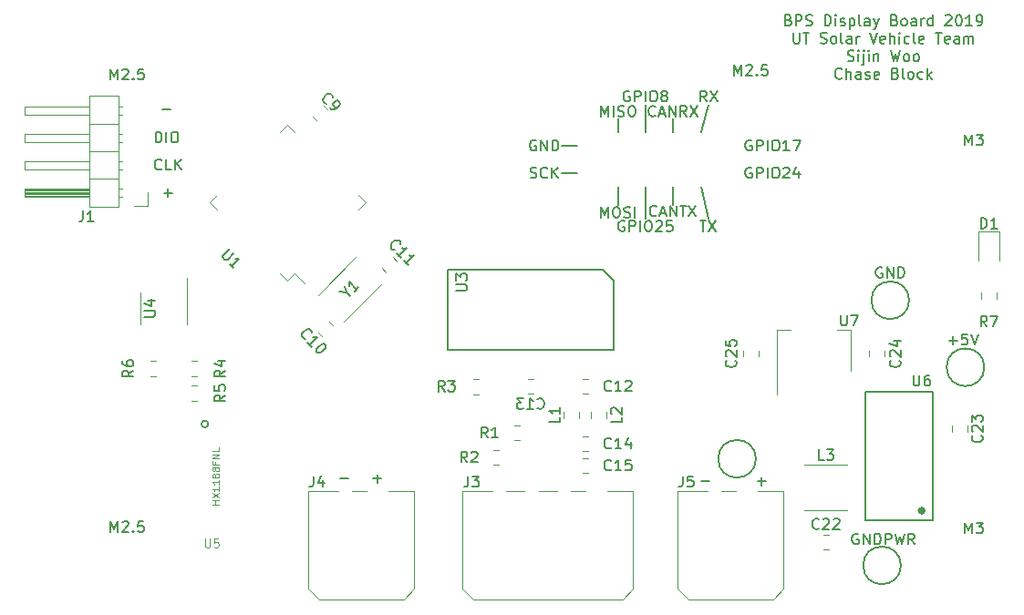
<source format=gto>
G04 #@! TF.GenerationSoftware,KiCad,Pcbnew,5.1.4-e60b266~84~ubuntu18.04.1*
G04 #@! TF.CreationDate,2019-09-21T13:12:49-05:00*
G04 #@! TF.ProjectId,BPSDisplay,42505344-6973-4706-9c61-792e6b696361,rev?*
G04 #@! TF.SameCoordinates,Original*
G04 #@! TF.FileFunction,Legend,Top*
G04 #@! TF.FilePolarity,Positive*
%FSLAX46Y46*%
G04 Gerber Fmt 4.6, Leading zero omitted, Abs format (unit mm)*
G04 Created by KiCad (PCBNEW 5.1.4-e60b266~84~ubuntu18.04.1) date 2019-09-21 13:12:49*
%MOMM*%
%LPD*%
G04 APERTURE LIST*
%ADD10C,0.150000*%
%ADD11C,0.120000*%
%ADD12C,0.127000*%
%ADD13C,0.050000*%
G04 APERTURE END LIST*
D10*
X264850476Y-96145571D02*
X264993333Y-96193190D01*
X265040952Y-96240809D01*
X265088571Y-96336047D01*
X265088571Y-96478904D01*
X265040952Y-96574142D01*
X264993333Y-96621761D01*
X264898095Y-96669380D01*
X264517142Y-96669380D01*
X264517142Y-95669380D01*
X264850476Y-95669380D01*
X264945714Y-95717000D01*
X264993333Y-95764619D01*
X265040952Y-95859857D01*
X265040952Y-95955095D01*
X264993333Y-96050333D01*
X264945714Y-96097952D01*
X264850476Y-96145571D01*
X264517142Y-96145571D01*
X265517142Y-96669380D02*
X265517142Y-95669380D01*
X265898095Y-95669380D01*
X265993333Y-95717000D01*
X266040952Y-95764619D01*
X266088571Y-95859857D01*
X266088571Y-96002714D01*
X266040952Y-96097952D01*
X265993333Y-96145571D01*
X265898095Y-96193190D01*
X265517142Y-96193190D01*
X266469523Y-96621761D02*
X266612380Y-96669380D01*
X266850476Y-96669380D01*
X266945714Y-96621761D01*
X266993333Y-96574142D01*
X267040952Y-96478904D01*
X267040952Y-96383666D01*
X266993333Y-96288428D01*
X266945714Y-96240809D01*
X266850476Y-96193190D01*
X266660000Y-96145571D01*
X266564761Y-96097952D01*
X266517142Y-96050333D01*
X266469523Y-95955095D01*
X266469523Y-95859857D01*
X266517142Y-95764619D01*
X266564761Y-95717000D01*
X266660000Y-95669380D01*
X266898095Y-95669380D01*
X267040952Y-95717000D01*
X268231428Y-96669380D02*
X268231428Y-95669380D01*
X268469523Y-95669380D01*
X268612380Y-95717000D01*
X268707619Y-95812238D01*
X268755238Y-95907476D01*
X268802857Y-96097952D01*
X268802857Y-96240809D01*
X268755238Y-96431285D01*
X268707619Y-96526523D01*
X268612380Y-96621761D01*
X268469523Y-96669380D01*
X268231428Y-96669380D01*
X269231428Y-96669380D02*
X269231428Y-96002714D01*
X269231428Y-95669380D02*
X269183809Y-95717000D01*
X269231428Y-95764619D01*
X269279047Y-95717000D01*
X269231428Y-95669380D01*
X269231428Y-95764619D01*
X269660000Y-96621761D02*
X269755238Y-96669380D01*
X269945714Y-96669380D01*
X270040952Y-96621761D01*
X270088571Y-96526523D01*
X270088571Y-96478904D01*
X270040952Y-96383666D01*
X269945714Y-96336047D01*
X269802857Y-96336047D01*
X269707619Y-96288428D01*
X269660000Y-96193190D01*
X269660000Y-96145571D01*
X269707619Y-96050333D01*
X269802857Y-96002714D01*
X269945714Y-96002714D01*
X270040952Y-96050333D01*
X270517142Y-96002714D02*
X270517142Y-97002714D01*
X270517142Y-96050333D02*
X270612380Y-96002714D01*
X270802857Y-96002714D01*
X270898095Y-96050333D01*
X270945714Y-96097952D01*
X270993333Y-96193190D01*
X270993333Y-96478904D01*
X270945714Y-96574142D01*
X270898095Y-96621761D01*
X270802857Y-96669380D01*
X270612380Y-96669380D01*
X270517142Y-96621761D01*
X271564761Y-96669380D02*
X271469523Y-96621761D01*
X271421904Y-96526523D01*
X271421904Y-95669380D01*
X272374285Y-96669380D02*
X272374285Y-96145571D01*
X272326666Y-96050333D01*
X272231428Y-96002714D01*
X272040952Y-96002714D01*
X271945714Y-96050333D01*
X272374285Y-96621761D02*
X272279047Y-96669380D01*
X272040952Y-96669380D01*
X271945714Y-96621761D01*
X271898095Y-96526523D01*
X271898095Y-96431285D01*
X271945714Y-96336047D01*
X272040952Y-96288428D01*
X272279047Y-96288428D01*
X272374285Y-96240809D01*
X272755238Y-96002714D02*
X272993333Y-96669380D01*
X273231428Y-96002714D02*
X272993333Y-96669380D01*
X272898095Y-96907476D01*
X272850476Y-96955095D01*
X272755238Y-97002714D01*
X274707619Y-96145571D02*
X274850476Y-96193190D01*
X274898095Y-96240809D01*
X274945714Y-96336047D01*
X274945714Y-96478904D01*
X274898095Y-96574142D01*
X274850476Y-96621761D01*
X274755238Y-96669380D01*
X274374285Y-96669380D01*
X274374285Y-95669380D01*
X274707619Y-95669380D01*
X274802857Y-95717000D01*
X274850476Y-95764619D01*
X274898095Y-95859857D01*
X274898095Y-95955095D01*
X274850476Y-96050333D01*
X274802857Y-96097952D01*
X274707619Y-96145571D01*
X274374285Y-96145571D01*
X275517142Y-96669380D02*
X275421904Y-96621761D01*
X275374285Y-96574142D01*
X275326666Y-96478904D01*
X275326666Y-96193190D01*
X275374285Y-96097952D01*
X275421904Y-96050333D01*
X275517142Y-96002714D01*
X275660000Y-96002714D01*
X275755238Y-96050333D01*
X275802857Y-96097952D01*
X275850476Y-96193190D01*
X275850476Y-96478904D01*
X275802857Y-96574142D01*
X275755238Y-96621761D01*
X275660000Y-96669380D01*
X275517142Y-96669380D01*
X276707619Y-96669380D02*
X276707619Y-96145571D01*
X276660000Y-96050333D01*
X276564761Y-96002714D01*
X276374285Y-96002714D01*
X276279047Y-96050333D01*
X276707619Y-96621761D02*
X276612380Y-96669380D01*
X276374285Y-96669380D01*
X276279047Y-96621761D01*
X276231428Y-96526523D01*
X276231428Y-96431285D01*
X276279047Y-96336047D01*
X276374285Y-96288428D01*
X276612380Y-96288428D01*
X276707619Y-96240809D01*
X277183809Y-96669380D02*
X277183809Y-96002714D01*
X277183809Y-96193190D02*
X277231428Y-96097952D01*
X277279047Y-96050333D01*
X277374285Y-96002714D01*
X277469523Y-96002714D01*
X278231428Y-96669380D02*
X278231428Y-95669380D01*
X278231428Y-96621761D02*
X278136190Y-96669380D01*
X277945714Y-96669380D01*
X277850476Y-96621761D01*
X277802857Y-96574142D01*
X277755238Y-96478904D01*
X277755238Y-96193190D01*
X277802857Y-96097952D01*
X277850476Y-96050333D01*
X277945714Y-96002714D01*
X278136190Y-96002714D01*
X278231428Y-96050333D01*
X279421904Y-95764619D02*
X279469523Y-95717000D01*
X279564761Y-95669380D01*
X279802857Y-95669380D01*
X279898095Y-95717000D01*
X279945714Y-95764619D01*
X279993333Y-95859857D01*
X279993333Y-95955095D01*
X279945714Y-96097952D01*
X279374285Y-96669380D01*
X279993333Y-96669380D01*
X280612380Y-95669380D02*
X280707619Y-95669380D01*
X280802857Y-95717000D01*
X280850476Y-95764619D01*
X280898095Y-95859857D01*
X280945714Y-96050333D01*
X280945714Y-96288428D01*
X280898095Y-96478904D01*
X280850476Y-96574142D01*
X280802857Y-96621761D01*
X280707619Y-96669380D01*
X280612380Y-96669380D01*
X280517142Y-96621761D01*
X280469523Y-96574142D01*
X280421904Y-96478904D01*
X280374285Y-96288428D01*
X280374285Y-96050333D01*
X280421904Y-95859857D01*
X280469523Y-95764619D01*
X280517142Y-95717000D01*
X280612380Y-95669380D01*
X281898095Y-96669380D02*
X281326666Y-96669380D01*
X281612380Y-96669380D02*
X281612380Y-95669380D01*
X281517142Y-95812238D01*
X281421904Y-95907476D01*
X281326666Y-95955095D01*
X282374285Y-96669380D02*
X282564761Y-96669380D01*
X282660000Y-96621761D01*
X282707619Y-96574142D01*
X282802857Y-96431285D01*
X282850476Y-96240809D01*
X282850476Y-95859857D01*
X282802857Y-95764619D01*
X282755238Y-95717000D01*
X282660000Y-95669380D01*
X282469523Y-95669380D01*
X282374285Y-95717000D01*
X282326666Y-95764619D01*
X282279047Y-95859857D01*
X282279047Y-96097952D01*
X282326666Y-96193190D01*
X282374285Y-96240809D01*
X282469523Y-96288428D01*
X282660000Y-96288428D01*
X282755238Y-96240809D01*
X282802857Y-96193190D01*
X282850476Y-96097952D01*
X265302857Y-97319380D02*
X265302857Y-98128904D01*
X265350476Y-98224142D01*
X265398095Y-98271761D01*
X265493333Y-98319380D01*
X265683809Y-98319380D01*
X265779047Y-98271761D01*
X265826666Y-98224142D01*
X265874285Y-98128904D01*
X265874285Y-97319380D01*
X266207619Y-97319380D02*
X266779047Y-97319380D01*
X266493333Y-98319380D02*
X266493333Y-97319380D01*
X267826666Y-98271761D02*
X267969523Y-98319380D01*
X268207619Y-98319380D01*
X268302857Y-98271761D01*
X268350476Y-98224142D01*
X268398095Y-98128904D01*
X268398095Y-98033666D01*
X268350476Y-97938428D01*
X268302857Y-97890809D01*
X268207619Y-97843190D01*
X268017142Y-97795571D01*
X267921904Y-97747952D01*
X267874285Y-97700333D01*
X267826666Y-97605095D01*
X267826666Y-97509857D01*
X267874285Y-97414619D01*
X267921904Y-97367000D01*
X268017142Y-97319380D01*
X268255238Y-97319380D01*
X268398095Y-97367000D01*
X268969523Y-98319380D02*
X268874285Y-98271761D01*
X268826666Y-98224142D01*
X268779047Y-98128904D01*
X268779047Y-97843190D01*
X268826666Y-97747952D01*
X268874285Y-97700333D01*
X268969523Y-97652714D01*
X269112380Y-97652714D01*
X269207619Y-97700333D01*
X269255238Y-97747952D01*
X269302857Y-97843190D01*
X269302857Y-98128904D01*
X269255238Y-98224142D01*
X269207619Y-98271761D01*
X269112380Y-98319380D01*
X268969523Y-98319380D01*
X269874285Y-98319380D02*
X269779047Y-98271761D01*
X269731428Y-98176523D01*
X269731428Y-97319380D01*
X270683809Y-98319380D02*
X270683809Y-97795571D01*
X270636190Y-97700333D01*
X270540952Y-97652714D01*
X270350476Y-97652714D01*
X270255238Y-97700333D01*
X270683809Y-98271761D02*
X270588571Y-98319380D01*
X270350476Y-98319380D01*
X270255238Y-98271761D01*
X270207619Y-98176523D01*
X270207619Y-98081285D01*
X270255238Y-97986047D01*
X270350476Y-97938428D01*
X270588571Y-97938428D01*
X270683809Y-97890809D01*
X271160000Y-98319380D02*
X271160000Y-97652714D01*
X271160000Y-97843190D02*
X271207619Y-97747952D01*
X271255238Y-97700333D01*
X271350476Y-97652714D01*
X271445714Y-97652714D01*
X272398095Y-97319380D02*
X272731428Y-98319380D01*
X273064761Y-97319380D01*
X273779047Y-98271761D02*
X273683809Y-98319380D01*
X273493333Y-98319380D01*
X273398095Y-98271761D01*
X273350476Y-98176523D01*
X273350476Y-97795571D01*
X273398095Y-97700333D01*
X273493333Y-97652714D01*
X273683809Y-97652714D01*
X273779047Y-97700333D01*
X273826666Y-97795571D01*
X273826666Y-97890809D01*
X273350476Y-97986047D01*
X274255238Y-98319380D02*
X274255238Y-97319380D01*
X274683809Y-98319380D02*
X274683809Y-97795571D01*
X274636190Y-97700333D01*
X274540952Y-97652714D01*
X274398095Y-97652714D01*
X274302857Y-97700333D01*
X274255238Y-97747952D01*
X275160000Y-98319380D02*
X275160000Y-97652714D01*
X275160000Y-97319380D02*
X275112380Y-97367000D01*
X275160000Y-97414619D01*
X275207619Y-97367000D01*
X275160000Y-97319380D01*
X275160000Y-97414619D01*
X276064761Y-98271761D02*
X275969523Y-98319380D01*
X275779047Y-98319380D01*
X275683809Y-98271761D01*
X275636190Y-98224142D01*
X275588571Y-98128904D01*
X275588571Y-97843190D01*
X275636190Y-97747952D01*
X275683809Y-97700333D01*
X275779047Y-97652714D01*
X275969523Y-97652714D01*
X276064761Y-97700333D01*
X276636190Y-98319380D02*
X276540952Y-98271761D01*
X276493333Y-98176523D01*
X276493333Y-97319380D01*
X277398095Y-98271761D02*
X277302857Y-98319380D01*
X277112380Y-98319380D01*
X277017142Y-98271761D01*
X276969523Y-98176523D01*
X276969523Y-97795571D01*
X277017142Y-97700333D01*
X277112380Y-97652714D01*
X277302857Y-97652714D01*
X277398095Y-97700333D01*
X277445714Y-97795571D01*
X277445714Y-97890809D01*
X276969523Y-97986047D01*
X278493333Y-97319380D02*
X279064761Y-97319380D01*
X278779047Y-98319380D02*
X278779047Y-97319380D01*
X279779047Y-98271761D02*
X279683809Y-98319380D01*
X279493333Y-98319380D01*
X279398095Y-98271761D01*
X279350476Y-98176523D01*
X279350476Y-97795571D01*
X279398095Y-97700333D01*
X279493333Y-97652714D01*
X279683809Y-97652714D01*
X279779047Y-97700333D01*
X279826666Y-97795571D01*
X279826666Y-97890809D01*
X279350476Y-97986047D01*
X280683809Y-98319380D02*
X280683809Y-97795571D01*
X280636190Y-97700333D01*
X280540952Y-97652714D01*
X280350476Y-97652714D01*
X280255238Y-97700333D01*
X280683809Y-98271761D02*
X280588571Y-98319380D01*
X280350476Y-98319380D01*
X280255238Y-98271761D01*
X280207619Y-98176523D01*
X280207619Y-98081285D01*
X280255238Y-97986047D01*
X280350476Y-97938428D01*
X280588571Y-97938428D01*
X280683809Y-97890809D01*
X281160000Y-98319380D02*
X281160000Y-97652714D01*
X281160000Y-97747952D02*
X281207619Y-97700333D01*
X281302857Y-97652714D01*
X281445714Y-97652714D01*
X281540952Y-97700333D01*
X281588571Y-97795571D01*
X281588571Y-98319380D01*
X281588571Y-97795571D02*
X281636190Y-97700333D01*
X281731428Y-97652714D01*
X281874285Y-97652714D01*
X281969523Y-97700333D01*
X282017142Y-97795571D01*
X282017142Y-98319380D01*
X270350476Y-99921761D02*
X270493333Y-99969380D01*
X270731428Y-99969380D01*
X270826666Y-99921761D01*
X270874285Y-99874142D01*
X270921904Y-99778904D01*
X270921904Y-99683666D01*
X270874285Y-99588428D01*
X270826666Y-99540809D01*
X270731428Y-99493190D01*
X270540952Y-99445571D01*
X270445714Y-99397952D01*
X270398095Y-99350333D01*
X270350476Y-99255095D01*
X270350476Y-99159857D01*
X270398095Y-99064619D01*
X270445714Y-99017000D01*
X270540952Y-98969380D01*
X270779047Y-98969380D01*
X270921904Y-99017000D01*
X271350476Y-99969380D02*
X271350476Y-99302714D01*
X271350476Y-98969380D02*
X271302857Y-99017000D01*
X271350476Y-99064619D01*
X271398095Y-99017000D01*
X271350476Y-98969380D01*
X271350476Y-99064619D01*
X271826666Y-99302714D02*
X271826666Y-100159857D01*
X271779047Y-100255095D01*
X271683809Y-100302714D01*
X271636190Y-100302714D01*
X271826666Y-98969380D02*
X271779047Y-99017000D01*
X271826666Y-99064619D01*
X271874285Y-99017000D01*
X271826666Y-98969380D01*
X271826666Y-99064619D01*
X272302857Y-99969380D02*
X272302857Y-99302714D01*
X272302857Y-98969380D02*
X272255238Y-99017000D01*
X272302857Y-99064619D01*
X272350476Y-99017000D01*
X272302857Y-98969380D01*
X272302857Y-99064619D01*
X272779047Y-99302714D02*
X272779047Y-99969380D01*
X272779047Y-99397952D02*
X272826666Y-99350333D01*
X272921904Y-99302714D01*
X273064761Y-99302714D01*
X273160000Y-99350333D01*
X273207619Y-99445571D01*
X273207619Y-99969380D01*
X274350476Y-98969380D02*
X274588571Y-99969380D01*
X274779047Y-99255095D01*
X274969523Y-99969380D01*
X275207619Y-98969380D01*
X275731428Y-99969380D02*
X275636190Y-99921761D01*
X275588571Y-99874142D01*
X275540952Y-99778904D01*
X275540952Y-99493190D01*
X275588571Y-99397952D01*
X275636190Y-99350333D01*
X275731428Y-99302714D01*
X275874285Y-99302714D01*
X275969523Y-99350333D01*
X276017142Y-99397952D01*
X276064761Y-99493190D01*
X276064761Y-99778904D01*
X276017142Y-99874142D01*
X275969523Y-99921761D01*
X275874285Y-99969380D01*
X275731428Y-99969380D01*
X276636190Y-99969380D02*
X276540952Y-99921761D01*
X276493333Y-99874142D01*
X276445714Y-99778904D01*
X276445714Y-99493190D01*
X276493333Y-99397952D01*
X276540952Y-99350333D01*
X276636190Y-99302714D01*
X276779047Y-99302714D01*
X276874285Y-99350333D01*
X276921904Y-99397952D01*
X276969523Y-99493190D01*
X276969523Y-99778904D01*
X276921904Y-99874142D01*
X276874285Y-99921761D01*
X276779047Y-99969380D01*
X276636190Y-99969380D01*
X269802857Y-101524142D02*
X269755238Y-101571761D01*
X269612380Y-101619380D01*
X269517142Y-101619380D01*
X269374285Y-101571761D01*
X269279047Y-101476523D01*
X269231428Y-101381285D01*
X269183809Y-101190809D01*
X269183809Y-101047952D01*
X269231428Y-100857476D01*
X269279047Y-100762238D01*
X269374285Y-100667000D01*
X269517142Y-100619380D01*
X269612380Y-100619380D01*
X269755238Y-100667000D01*
X269802857Y-100714619D01*
X270231428Y-101619380D02*
X270231428Y-100619380D01*
X270660000Y-101619380D02*
X270660000Y-101095571D01*
X270612380Y-101000333D01*
X270517142Y-100952714D01*
X270374285Y-100952714D01*
X270279047Y-101000333D01*
X270231428Y-101047952D01*
X271564761Y-101619380D02*
X271564761Y-101095571D01*
X271517142Y-101000333D01*
X271421904Y-100952714D01*
X271231428Y-100952714D01*
X271136190Y-101000333D01*
X271564761Y-101571761D02*
X271469523Y-101619380D01*
X271231428Y-101619380D01*
X271136190Y-101571761D01*
X271088571Y-101476523D01*
X271088571Y-101381285D01*
X271136190Y-101286047D01*
X271231428Y-101238428D01*
X271469523Y-101238428D01*
X271564761Y-101190809D01*
X271993333Y-101571761D02*
X272088571Y-101619380D01*
X272279047Y-101619380D01*
X272374285Y-101571761D01*
X272421904Y-101476523D01*
X272421904Y-101428904D01*
X272374285Y-101333666D01*
X272279047Y-101286047D01*
X272136190Y-101286047D01*
X272040952Y-101238428D01*
X271993333Y-101143190D01*
X271993333Y-101095571D01*
X272040952Y-101000333D01*
X272136190Y-100952714D01*
X272279047Y-100952714D01*
X272374285Y-101000333D01*
X273231428Y-101571761D02*
X273136190Y-101619380D01*
X272945714Y-101619380D01*
X272850476Y-101571761D01*
X272802857Y-101476523D01*
X272802857Y-101095571D01*
X272850476Y-101000333D01*
X272945714Y-100952714D01*
X273136190Y-100952714D01*
X273231428Y-101000333D01*
X273279047Y-101095571D01*
X273279047Y-101190809D01*
X272802857Y-101286047D01*
X274802857Y-101095571D02*
X274945714Y-101143190D01*
X274993333Y-101190809D01*
X275040952Y-101286047D01*
X275040952Y-101428904D01*
X274993333Y-101524142D01*
X274945714Y-101571761D01*
X274850476Y-101619380D01*
X274469523Y-101619380D01*
X274469523Y-100619380D01*
X274802857Y-100619380D01*
X274898095Y-100667000D01*
X274945714Y-100714619D01*
X274993333Y-100809857D01*
X274993333Y-100905095D01*
X274945714Y-101000333D01*
X274898095Y-101047952D01*
X274802857Y-101095571D01*
X274469523Y-101095571D01*
X275612380Y-101619380D02*
X275517142Y-101571761D01*
X275469523Y-101476523D01*
X275469523Y-100619380D01*
X276136190Y-101619380D02*
X276040952Y-101571761D01*
X275993333Y-101524142D01*
X275945714Y-101428904D01*
X275945714Y-101143190D01*
X275993333Y-101047952D01*
X276040952Y-101000333D01*
X276136190Y-100952714D01*
X276279047Y-100952714D01*
X276374285Y-101000333D01*
X276421904Y-101047952D01*
X276469523Y-101143190D01*
X276469523Y-101428904D01*
X276421904Y-101524142D01*
X276374285Y-101571761D01*
X276279047Y-101619380D01*
X276136190Y-101619380D01*
X277326666Y-101571761D02*
X277231428Y-101619380D01*
X277040952Y-101619380D01*
X276945714Y-101571761D01*
X276898095Y-101524142D01*
X276850476Y-101428904D01*
X276850476Y-101143190D01*
X276898095Y-101047952D01*
X276945714Y-101000333D01*
X277040952Y-100952714D01*
X277231428Y-100952714D01*
X277326666Y-101000333D01*
X277755238Y-101619380D02*
X277755238Y-100619380D01*
X277850476Y-101238428D02*
X278136190Y-101619380D01*
X278136190Y-100952714D02*
X277755238Y-101333666D01*
X223241047Y-138768428D02*
X224002952Y-138768428D01*
X226289047Y-138768428D02*
X227050952Y-138768428D01*
X226670000Y-139149380D02*
X226670000Y-138387476D01*
X206731047Y-104478428D02*
X207492952Y-104478428D01*
X206858047Y-112225428D02*
X207619952Y-112225428D01*
X207239000Y-112606380D02*
X207239000Y-111844476D01*
X206088190Y-107526380D02*
X206088190Y-106526380D01*
X206326285Y-106526380D01*
X206469142Y-106574000D01*
X206564380Y-106669238D01*
X206612000Y-106764476D01*
X206659619Y-106954952D01*
X206659619Y-107097809D01*
X206612000Y-107288285D01*
X206564380Y-107383523D01*
X206469142Y-107478761D01*
X206326285Y-107526380D01*
X206088190Y-107526380D01*
X207088190Y-107526380D02*
X207088190Y-106526380D01*
X207754857Y-106526380D02*
X207945333Y-106526380D01*
X208040571Y-106574000D01*
X208135809Y-106669238D01*
X208183428Y-106859714D01*
X208183428Y-107193047D01*
X208135809Y-107383523D01*
X208040571Y-107478761D01*
X207945333Y-107526380D01*
X207754857Y-107526380D01*
X207659619Y-107478761D01*
X207564380Y-107383523D01*
X207516761Y-107193047D01*
X207516761Y-106859714D01*
X207564380Y-106669238D01*
X207659619Y-106574000D01*
X207754857Y-106526380D01*
X206643761Y-109971142D02*
X206596142Y-110018761D01*
X206453285Y-110066380D01*
X206358047Y-110066380D01*
X206215190Y-110018761D01*
X206119952Y-109923523D01*
X206072333Y-109828285D01*
X206024714Y-109637809D01*
X206024714Y-109494952D01*
X206072333Y-109304476D01*
X206119952Y-109209238D01*
X206215190Y-109114000D01*
X206358047Y-109066380D01*
X206453285Y-109066380D01*
X206596142Y-109114000D01*
X206643761Y-109161619D01*
X207548523Y-110066380D02*
X207072333Y-110066380D01*
X207072333Y-109066380D01*
X207881857Y-110066380D02*
X207881857Y-109066380D01*
X208453285Y-110066380D02*
X208024714Y-109494952D01*
X208453285Y-109066380D02*
X207881857Y-109637809D01*
X261976047Y-139022428D02*
X262737952Y-139022428D01*
X262357000Y-139403380D02*
X262357000Y-138641476D01*
X257530952Y-139022428D02*
X256769047Y-139022428D01*
X261420619Y-109876000D02*
X261325380Y-109828380D01*
X261182523Y-109828380D01*
X261039666Y-109876000D01*
X260944428Y-109971238D01*
X260896809Y-110066476D01*
X260849190Y-110256952D01*
X260849190Y-110399809D01*
X260896809Y-110590285D01*
X260944428Y-110685523D01*
X261039666Y-110780761D01*
X261182523Y-110828380D01*
X261277761Y-110828380D01*
X261420619Y-110780761D01*
X261468238Y-110733142D01*
X261468238Y-110399809D01*
X261277761Y-110399809D01*
X261896809Y-110828380D02*
X261896809Y-109828380D01*
X262277761Y-109828380D01*
X262373000Y-109876000D01*
X262420619Y-109923619D01*
X262468238Y-110018857D01*
X262468238Y-110161714D01*
X262420619Y-110256952D01*
X262373000Y-110304571D01*
X262277761Y-110352190D01*
X261896809Y-110352190D01*
X262896809Y-110828380D02*
X262896809Y-109828380D01*
X263563476Y-109828380D02*
X263753952Y-109828380D01*
X263849190Y-109876000D01*
X263944428Y-109971238D01*
X263992047Y-110161714D01*
X263992047Y-110495047D01*
X263944428Y-110685523D01*
X263849190Y-110780761D01*
X263753952Y-110828380D01*
X263563476Y-110828380D01*
X263468238Y-110780761D01*
X263373000Y-110685523D01*
X263325380Y-110495047D01*
X263325380Y-110161714D01*
X263373000Y-109971238D01*
X263468238Y-109876000D01*
X263563476Y-109828380D01*
X264373000Y-109923619D02*
X264420619Y-109876000D01*
X264515857Y-109828380D01*
X264753952Y-109828380D01*
X264849190Y-109876000D01*
X264896809Y-109923619D01*
X264944428Y-110018857D01*
X264944428Y-110114095D01*
X264896809Y-110256952D01*
X264325380Y-110828380D01*
X264944428Y-110828380D01*
X265801571Y-110161714D02*
X265801571Y-110828380D01*
X265563476Y-109780761D02*
X265325380Y-110495047D01*
X265944428Y-110495047D01*
X261420619Y-107336000D02*
X261325380Y-107288380D01*
X261182523Y-107288380D01*
X261039666Y-107336000D01*
X260944428Y-107431238D01*
X260896809Y-107526476D01*
X260849190Y-107716952D01*
X260849190Y-107859809D01*
X260896809Y-108050285D01*
X260944428Y-108145523D01*
X261039666Y-108240761D01*
X261182523Y-108288380D01*
X261277761Y-108288380D01*
X261420619Y-108240761D01*
X261468238Y-108193142D01*
X261468238Y-107859809D01*
X261277761Y-107859809D01*
X261896809Y-108288380D02*
X261896809Y-107288380D01*
X262277761Y-107288380D01*
X262373000Y-107336000D01*
X262420619Y-107383619D01*
X262468238Y-107478857D01*
X262468238Y-107621714D01*
X262420619Y-107716952D01*
X262373000Y-107764571D01*
X262277761Y-107812190D01*
X261896809Y-107812190D01*
X262896809Y-108288380D02*
X262896809Y-107288380D01*
X263563476Y-107288380D02*
X263753952Y-107288380D01*
X263849190Y-107336000D01*
X263944428Y-107431238D01*
X263992047Y-107621714D01*
X263992047Y-107955047D01*
X263944428Y-108145523D01*
X263849190Y-108240761D01*
X263753952Y-108288380D01*
X263563476Y-108288380D01*
X263468238Y-108240761D01*
X263373000Y-108145523D01*
X263325380Y-107955047D01*
X263325380Y-107621714D01*
X263373000Y-107431238D01*
X263468238Y-107336000D01*
X263563476Y-107288380D01*
X264944428Y-108288380D02*
X264373000Y-108288380D01*
X264658714Y-108288380D02*
X264658714Y-107288380D01*
X264563476Y-107431238D01*
X264468238Y-107526476D01*
X264373000Y-107574095D01*
X265277761Y-107288380D02*
X265944428Y-107288380D01*
X265515857Y-108288380D01*
X257404000Y-104026000D02*
X256769000Y-106566000D01*
X257237333Y-103716380D02*
X256904000Y-103240190D01*
X256665904Y-103716380D02*
X256665904Y-102716380D01*
X257046857Y-102716380D01*
X257142095Y-102764000D01*
X257189714Y-102811619D01*
X257237333Y-102906857D01*
X257237333Y-103049714D01*
X257189714Y-103144952D01*
X257142095Y-103192571D01*
X257046857Y-103240190D01*
X256665904Y-103240190D01*
X257570666Y-102716380D02*
X258237333Y-103716380D01*
X258237333Y-102716380D02*
X257570666Y-103716380D01*
X254102000Y-106566000D02*
X254102000Y-105296000D01*
X252482952Y-105018142D02*
X252435333Y-105065761D01*
X252292476Y-105113380D01*
X252197238Y-105113380D01*
X252054380Y-105065761D01*
X251959142Y-104970523D01*
X251911523Y-104875285D01*
X251863904Y-104684809D01*
X251863904Y-104541952D01*
X251911523Y-104351476D01*
X251959142Y-104256238D01*
X252054380Y-104161000D01*
X252197238Y-104113380D01*
X252292476Y-104113380D01*
X252435333Y-104161000D01*
X252482952Y-104208619D01*
X252863904Y-104827666D02*
X253340095Y-104827666D01*
X252768666Y-105113380D02*
X253102000Y-104113380D01*
X253435333Y-105113380D01*
X253768666Y-105113380D02*
X253768666Y-104113380D01*
X254340095Y-105113380D01*
X254340095Y-104113380D01*
X255387714Y-105113380D02*
X255054380Y-104637190D01*
X254816285Y-105113380D02*
X254816285Y-104113380D01*
X255197238Y-104113380D01*
X255292476Y-104161000D01*
X255340095Y-104208619D01*
X255387714Y-104303857D01*
X255387714Y-104446714D01*
X255340095Y-104541952D01*
X255292476Y-104589571D01*
X255197238Y-104637190D01*
X254816285Y-104637190D01*
X255721047Y-104113380D02*
X256387714Y-105113380D01*
X256387714Y-104113380D02*
X255721047Y-105113380D01*
X256769000Y-111646000D02*
X257404000Y-114567000D01*
X254102000Y-111646000D02*
X254102000Y-113297000D01*
X252602000Y-114289142D02*
X252554380Y-114336761D01*
X252411523Y-114384380D01*
X252316285Y-114384380D01*
X252173428Y-114336761D01*
X252078190Y-114241523D01*
X252030571Y-114146285D01*
X251982952Y-113955809D01*
X251982952Y-113812952D01*
X252030571Y-113622476D01*
X252078190Y-113527238D01*
X252173428Y-113432000D01*
X252316285Y-113384380D01*
X252411523Y-113384380D01*
X252554380Y-113432000D01*
X252602000Y-113479619D01*
X252982952Y-114098666D02*
X253459142Y-114098666D01*
X252887714Y-114384380D02*
X253221047Y-113384380D01*
X253554380Y-114384380D01*
X253887714Y-114384380D02*
X253887714Y-113384380D01*
X254459142Y-114384380D01*
X254459142Y-113384380D01*
X254792476Y-113384380D02*
X255363904Y-113384380D01*
X255078190Y-114384380D02*
X255078190Y-113384380D01*
X255602000Y-113384380D02*
X256268666Y-114384380D01*
X256268666Y-113384380D02*
X255602000Y-114384380D01*
X256642095Y-114781380D02*
X257213523Y-114781380D01*
X256927809Y-115781380D02*
X256927809Y-114781380D01*
X257451619Y-114781380D02*
X258118285Y-115781380D01*
X258118285Y-114781380D02*
X257451619Y-115781380D01*
X251562000Y-111646000D02*
X251562000Y-114567000D01*
X249609619Y-114829000D02*
X249514380Y-114781380D01*
X249371523Y-114781380D01*
X249228666Y-114829000D01*
X249133428Y-114924238D01*
X249085809Y-115019476D01*
X249038190Y-115209952D01*
X249038190Y-115352809D01*
X249085809Y-115543285D01*
X249133428Y-115638523D01*
X249228666Y-115733761D01*
X249371523Y-115781380D01*
X249466761Y-115781380D01*
X249609619Y-115733761D01*
X249657238Y-115686142D01*
X249657238Y-115352809D01*
X249466761Y-115352809D01*
X250085809Y-115781380D02*
X250085809Y-114781380D01*
X250466761Y-114781380D01*
X250562000Y-114829000D01*
X250609619Y-114876619D01*
X250657238Y-114971857D01*
X250657238Y-115114714D01*
X250609619Y-115209952D01*
X250562000Y-115257571D01*
X250466761Y-115305190D01*
X250085809Y-115305190D01*
X251085809Y-115781380D02*
X251085809Y-114781380D01*
X251752476Y-114781380D02*
X251942952Y-114781380D01*
X252038190Y-114829000D01*
X252133428Y-114924238D01*
X252181047Y-115114714D01*
X252181047Y-115448047D01*
X252133428Y-115638523D01*
X252038190Y-115733761D01*
X251942952Y-115781380D01*
X251752476Y-115781380D01*
X251657238Y-115733761D01*
X251562000Y-115638523D01*
X251514380Y-115448047D01*
X251514380Y-115114714D01*
X251562000Y-114924238D01*
X251657238Y-114829000D01*
X251752476Y-114781380D01*
X252562000Y-114876619D02*
X252609619Y-114829000D01*
X252704857Y-114781380D01*
X252942952Y-114781380D01*
X253038190Y-114829000D01*
X253085809Y-114876619D01*
X253133428Y-114971857D01*
X253133428Y-115067095D01*
X253085809Y-115209952D01*
X252514380Y-115781380D01*
X253133428Y-115781380D01*
X254038190Y-114781380D02*
X253562000Y-114781380D01*
X253514380Y-115257571D01*
X253562000Y-115209952D01*
X253657238Y-115162333D01*
X253895333Y-115162333D01*
X253990571Y-115209952D01*
X254038190Y-115257571D01*
X254085809Y-115352809D01*
X254085809Y-115590904D01*
X254038190Y-115686142D01*
X253990571Y-115733761D01*
X253895333Y-115781380D01*
X253657238Y-115781380D01*
X253562000Y-115733761D01*
X253514380Y-115686142D01*
X243815000Y-107836000D02*
X245212000Y-107836000D01*
X243815000Y-110376000D02*
X245212000Y-110376000D01*
X249022000Y-113297000D02*
X249022000Y-111646000D01*
X249022000Y-105296000D02*
X249022000Y-106566000D01*
X251562000Y-104026000D02*
X251562000Y-106566000D01*
X250085809Y-102764000D02*
X249990571Y-102716380D01*
X249847714Y-102716380D01*
X249704857Y-102764000D01*
X249609619Y-102859238D01*
X249562000Y-102954476D01*
X249514380Y-103144952D01*
X249514380Y-103287809D01*
X249562000Y-103478285D01*
X249609619Y-103573523D01*
X249704857Y-103668761D01*
X249847714Y-103716380D01*
X249942952Y-103716380D01*
X250085809Y-103668761D01*
X250133428Y-103621142D01*
X250133428Y-103287809D01*
X249942952Y-103287809D01*
X250562000Y-103716380D02*
X250562000Y-102716380D01*
X250942952Y-102716380D01*
X251038190Y-102764000D01*
X251085809Y-102811619D01*
X251133428Y-102906857D01*
X251133428Y-103049714D01*
X251085809Y-103144952D01*
X251038190Y-103192571D01*
X250942952Y-103240190D01*
X250562000Y-103240190D01*
X251562000Y-103716380D02*
X251562000Y-102716380D01*
X252228666Y-102716380D02*
X252419142Y-102716380D01*
X252514380Y-102764000D01*
X252609619Y-102859238D01*
X252657238Y-103049714D01*
X252657238Y-103383047D01*
X252609619Y-103573523D01*
X252514380Y-103668761D01*
X252419142Y-103716380D01*
X252228666Y-103716380D01*
X252133428Y-103668761D01*
X252038190Y-103573523D01*
X251990571Y-103383047D01*
X251990571Y-103049714D01*
X252038190Y-102859238D01*
X252133428Y-102764000D01*
X252228666Y-102716380D01*
X253228666Y-103144952D02*
X253133428Y-103097333D01*
X253085809Y-103049714D01*
X253038190Y-102954476D01*
X253038190Y-102906857D01*
X253085809Y-102811619D01*
X253133428Y-102764000D01*
X253228666Y-102716380D01*
X253419142Y-102716380D01*
X253514380Y-102764000D01*
X253562000Y-102811619D01*
X253609619Y-102906857D01*
X253609619Y-102954476D01*
X253562000Y-103049714D01*
X253514380Y-103097333D01*
X253419142Y-103144952D01*
X253228666Y-103144952D01*
X253133428Y-103192571D01*
X253085809Y-103240190D01*
X253038190Y-103335428D01*
X253038190Y-103525904D01*
X253085809Y-103621142D01*
X253133428Y-103668761D01*
X253228666Y-103716380D01*
X253419142Y-103716380D01*
X253514380Y-103668761D01*
X253562000Y-103621142D01*
X253609619Y-103525904D01*
X253609619Y-103335428D01*
X253562000Y-103240190D01*
X253514380Y-103192571D01*
X253419142Y-103144952D01*
X247450571Y-114511380D02*
X247450571Y-113511380D01*
X247783904Y-114225666D01*
X248117238Y-113511380D01*
X248117238Y-114511380D01*
X248783904Y-113511380D02*
X248974380Y-113511380D01*
X249069619Y-113559000D01*
X249164857Y-113654238D01*
X249212476Y-113844714D01*
X249212476Y-114178047D01*
X249164857Y-114368523D01*
X249069619Y-114463761D01*
X248974380Y-114511380D01*
X248783904Y-114511380D01*
X248688666Y-114463761D01*
X248593428Y-114368523D01*
X248545809Y-114178047D01*
X248545809Y-113844714D01*
X248593428Y-113654238D01*
X248688666Y-113559000D01*
X248783904Y-113511380D01*
X249593428Y-114463761D02*
X249736285Y-114511380D01*
X249974380Y-114511380D01*
X250069619Y-114463761D01*
X250117238Y-114416142D01*
X250164857Y-114320904D01*
X250164857Y-114225666D01*
X250117238Y-114130428D01*
X250069619Y-114082809D01*
X249974380Y-114035190D01*
X249783904Y-113987571D01*
X249688666Y-113939952D01*
X249641047Y-113892333D01*
X249593428Y-113797095D01*
X249593428Y-113701857D01*
X249641047Y-113606619D01*
X249688666Y-113559000D01*
X249783904Y-113511380D01*
X250022000Y-113511380D01*
X250164857Y-113559000D01*
X250593428Y-114511380D02*
X250593428Y-113511380D01*
X247450571Y-105113380D02*
X247450571Y-104113380D01*
X247783904Y-104827666D01*
X248117238Y-104113380D01*
X248117238Y-105113380D01*
X248593428Y-105113380D02*
X248593428Y-104113380D01*
X249022000Y-105065761D02*
X249164857Y-105113380D01*
X249402952Y-105113380D01*
X249498190Y-105065761D01*
X249545809Y-105018142D01*
X249593428Y-104922904D01*
X249593428Y-104827666D01*
X249545809Y-104732428D01*
X249498190Y-104684809D01*
X249402952Y-104637190D01*
X249212476Y-104589571D01*
X249117238Y-104541952D01*
X249069619Y-104494333D01*
X249022000Y-104399095D01*
X249022000Y-104303857D01*
X249069619Y-104208619D01*
X249117238Y-104161000D01*
X249212476Y-104113380D01*
X249450571Y-104113380D01*
X249593428Y-104161000D01*
X250212476Y-104113380D02*
X250402952Y-104113380D01*
X250498190Y-104161000D01*
X250593428Y-104256238D01*
X250641047Y-104446714D01*
X250641047Y-104780047D01*
X250593428Y-104970523D01*
X250498190Y-105065761D01*
X250402952Y-105113380D01*
X250212476Y-105113380D01*
X250117238Y-105065761D01*
X250022000Y-104970523D01*
X249974380Y-104780047D01*
X249974380Y-104446714D01*
X250022000Y-104256238D01*
X250117238Y-104161000D01*
X250212476Y-104113380D01*
X240878285Y-110780761D02*
X241021142Y-110828380D01*
X241259238Y-110828380D01*
X241354476Y-110780761D01*
X241402095Y-110733142D01*
X241449714Y-110637904D01*
X241449714Y-110542666D01*
X241402095Y-110447428D01*
X241354476Y-110399809D01*
X241259238Y-110352190D01*
X241068761Y-110304571D01*
X240973523Y-110256952D01*
X240925904Y-110209333D01*
X240878285Y-110114095D01*
X240878285Y-110018857D01*
X240925904Y-109923619D01*
X240973523Y-109876000D01*
X241068761Y-109828380D01*
X241306857Y-109828380D01*
X241449714Y-109876000D01*
X242449714Y-110733142D02*
X242402095Y-110780761D01*
X242259238Y-110828380D01*
X242164000Y-110828380D01*
X242021142Y-110780761D01*
X241925904Y-110685523D01*
X241878285Y-110590285D01*
X241830666Y-110399809D01*
X241830666Y-110256952D01*
X241878285Y-110066476D01*
X241925904Y-109971238D01*
X242021142Y-109876000D01*
X242164000Y-109828380D01*
X242259238Y-109828380D01*
X242402095Y-109876000D01*
X242449714Y-109923619D01*
X242878285Y-110828380D02*
X242878285Y-109828380D01*
X243449714Y-110828380D02*
X243021142Y-110256952D01*
X243449714Y-109828380D02*
X242878285Y-110399809D01*
X241402095Y-107336000D02*
X241306857Y-107288380D01*
X241164000Y-107288380D01*
X241021142Y-107336000D01*
X240925904Y-107431238D01*
X240878285Y-107526476D01*
X240830666Y-107716952D01*
X240830666Y-107859809D01*
X240878285Y-108050285D01*
X240925904Y-108145523D01*
X241021142Y-108240761D01*
X241164000Y-108288380D01*
X241259238Y-108288380D01*
X241402095Y-108240761D01*
X241449714Y-108193142D01*
X241449714Y-107859809D01*
X241259238Y-107859809D01*
X241878285Y-108288380D02*
X241878285Y-107288380D01*
X242449714Y-108288380D01*
X242449714Y-107288380D01*
X242925904Y-108288380D02*
X242925904Y-107288380D01*
X243164000Y-107288380D01*
X243306857Y-107336000D01*
X243402095Y-107431238D01*
X243449714Y-107526476D01*
X243497333Y-107716952D01*
X243497333Y-107859809D01*
X243449714Y-108050285D01*
X243402095Y-108145523D01*
X243306857Y-108240761D01*
X243164000Y-108288380D01*
X242925904Y-108288380D01*
X259817190Y-101303380D02*
X259817190Y-100303380D01*
X260150523Y-101017666D01*
X260483857Y-100303380D01*
X260483857Y-101303380D01*
X260912428Y-100398619D02*
X260960047Y-100351000D01*
X261055285Y-100303380D01*
X261293380Y-100303380D01*
X261388619Y-100351000D01*
X261436238Y-100398619D01*
X261483857Y-100493857D01*
X261483857Y-100589095D01*
X261436238Y-100731952D01*
X260864809Y-101303380D01*
X261483857Y-101303380D01*
X261912428Y-101208142D02*
X261960047Y-101255761D01*
X261912428Y-101303380D01*
X261864809Y-101255761D01*
X261912428Y-101208142D01*
X261912428Y-101303380D01*
X262864809Y-100303380D02*
X262388619Y-100303380D01*
X262341000Y-100779571D01*
X262388619Y-100731952D01*
X262483857Y-100684333D01*
X262721952Y-100684333D01*
X262817190Y-100731952D01*
X262864809Y-100779571D01*
X262912428Y-100874809D01*
X262912428Y-101112904D01*
X262864809Y-101208142D01*
X262817190Y-101255761D01*
X262721952Y-101303380D01*
X262483857Y-101303380D01*
X262388619Y-101255761D01*
X262341000Y-101208142D01*
X201905190Y-143721380D02*
X201905190Y-142721380D01*
X202238523Y-143435666D01*
X202571857Y-142721380D01*
X202571857Y-143721380D01*
X203000428Y-142816619D02*
X203048047Y-142769000D01*
X203143285Y-142721380D01*
X203381380Y-142721380D01*
X203476619Y-142769000D01*
X203524238Y-142816619D01*
X203571857Y-142911857D01*
X203571857Y-143007095D01*
X203524238Y-143149952D01*
X202952809Y-143721380D01*
X203571857Y-143721380D01*
X204000428Y-143626142D02*
X204048047Y-143673761D01*
X204000428Y-143721380D01*
X203952809Y-143673761D01*
X204000428Y-143626142D01*
X204000428Y-143721380D01*
X204952809Y-142721380D02*
X204476619Y-142721380D01*
X204429000Y-143197571D01*
X204476619Y-143149952D01*
X204571857Y-143102333D01*
X204809952Y-143102333D01*
X204905190Y-143149952D01*
X204952809Y-143197571D01*
X205000428Y-143292809D01*
X205000428Y-143530904D01*
X204952809Y-143626142D01*
X204905190Y-143673761D01*
X204809952Y-143721380D01*
X204571857Y-143721380D01*
X204476619Y-143673761D01*
X204429000Y-143626142D01*
X279740285Y-125941428D02*
X280502190Y-125941428D01*
X280121238Y-126322380D02*
X280121238Y-125560476D01*
X281454571Y-125322380D02*
X280978380Y-125322380D01*
X280930761Y-125798571D01*
X280978380Y-125750952D01*
X281073619Y-125703333D01*
X281311714Y-125703333D01*
X281406952Y-125750952D01*
X281454571Y-125798571D01*
X281502190Y-125893809D01*
X281502190Y-126131904D01*
X281454571Y-126227142D01*
X281406952Y-126274761D01*
X281311714Y-126322380D01*
X281073619Y-126322380D01*
X280978380Y-126274761D01*
X280930761Y-126227142D01*
X281787904Y-125322380D02*
X282121238Y-126322380D01*
X282454571Y-125322380D01*
X273533095Y-119147000D02*
X273437857Y-119099380D01*
X273295000Y-119099380D01*
X273152142Y-119147000D01*
X273056904Y-119242238D01*
X273009285Y-119337476D01*
X272961666Y-119527952D01*
X272961666Y-119670809D01*
X273009285Y-119861285D01*
X273056904Y-119956523D01*
X273152142Y-120051761D01*
X273295000Y-120099380D01*
X273390238Y-120099380D01*
X273533095Y-120051761D01*
X273580714Y-120004142D01*
X273580714Y-119670809D01*
X273390238Y-119670809D01*
X274009285Y-120099380D02*
X274009285Y-119099380D01*
X274580714Y-120099380D01*
X274580714Y-119099380D01*
X275056904Y-120099380D02*
X275056904Y-119099380D01*
X275295000Y-119099380D01*
X275437857Y-119147000D01*
X275533095Y-119242238D01*
X275580714Y-119337476D01*
X275628333Y-119527952D01*
X275628333Y-119670809D01*
X275580714Y-119861285D01*
X275533095Y-119956523D01*
X275437857Y-120051761D01*
X275295000Y-120099380D01*
X275056904Y-120099380D01*
X271326666Y-143912000D02*
X271231428Y-143864380D01*
X271088571Y-143864380D01*
X270945714Y-143912000D01*
X270850476Y-144007238D01*
X270802857Y-144102476D01*
X270755238Y-144292952D01*
X270755238Y-144435809D01*
X270802857Y-144626285D01*
X270850476Y-144721523D01*
X270945714Y-144816761D01*
X271088571Y-144864380D01*
X271183809Y-144864380D01*
X271326666Y-144816761D01*
X271374285Y-144769142D01*
X271374285Y-144435809D01*
X271183809Y-144435809D01*
X271802857Y-144864380D02*
X271802857Y-143864380D01*
X272374285Y-144864380D01*
X272374285Y-143864380D01*
X272850476Y-144864380D02*
X272850476Y-143864380D01*
X273088571Y-143864380D01*
X273231428Y-143912000D01*
X273326666Y-144007238D01*
X273374285Y-144102476D01*
X273421904Y-144292952D01*
X273421904Y-144435809D01*
X273374285Y-144626285D01*
X273326666Y-144721523D01*
X273231428Y-144816761D01*
X273088571Y-144864380D01*
X272850476Y-144864380D01*
X273850476Y-144864380D02*
X273850476Y-143864380D01*
X274231428Y-143864380D01*
X274326666Y-143912000D01*
X274374285Y-143959619D01*
X274421904Y-144054857D01*
X274421904Y-144197714D01*
X274374285Y-144292952D01*
X274326666Y-144340571D01*
X274231428Y-144388190D01*
X273850476Y-144388190D01*
X274755238Y-143864380D02*
X274993333Y-144864380D01*
X275183809Y-144150095D01*
X275374285Y-144864380D01*
X275612380Y-143864380D01*
X276564761Y-144864380D02*
X276231428Y-144388190D01*
X275993333Y-144864380D02*
X275993333Y-143864380D01*
X276374285Y-143864380D01*
X276469523Y-143912000D01*
X276517142Y-143959619D01*
X276564761Y-144054857D01*
X276564761Y-144197714D01*
X276517142Y-144292952D01*
X276469523Y-144340571D01*
X276374285Y-144388190D01*
X275993333Y-144388190D01*
X281232476Y-107780380D02*
X281232476Y-106780380D01*
X281565809Y-107494666D01*
X281899142Y-106780380D01*
X281899142Y-107780380D01*
X282280095Y-106780380D02*
X282899142Y-106780380D01*
X282565809Y-107161333D01*
X282708666Y-107161333D01*
X282803904Y-107208952D01*
X282851523Y-107256571D01*
X282899142Y-107351809D01*
X282899142Y-107589904D01*
X282851523Y-107685142D01*
X282803904Y-107732761D01*
X282708666Y-107780380D01*
X282422952Y-107780380D01*
X282327714Y-107732761D01*
X282280095Y-107685142D01*
X281232476Y-143848380D02*
X281232476Y-142848380D01*
X281565809Y-143562666D01*
X281899142Y-142848380D01*
X281899142Y-143848380D01*
X282280095Y-142848380D02*
X282899142Y-142848380D01*
X282565809Y-143229333D01*
X282708666Y-143229333D01*
X282803904Y-143276952D01*
X282851523Y-143324571D01*
X282899142Y-143419809D01*
X282899142Y-143657904D01*
X282851523Y-143753142D01*
X282803904Y-143800761D01*
X282708666Y-143848380D01*
X282422952Y-143848380D01*
X282327714Y-143800761D01*
X282280095Y-143753142D01*
X201905190Y-101684380D02*
X201905190Y-100684380D01*
X202238523Y-101398666D01*
X202571857Y-100684380D01*
X202571857Y-101684380D01*
X203000428Y-100779619D02*
X203048047Y-100732000D01*
X203143285Y-100684380D01*
X203381380Y-100684380D01*
X203476619Y-100732000D01*
X203524238Y-100779619D01*
X203571857Y-100874857D01*
X203571857Y-100970095D01*
X203524238Y-101112952D01*
X202952809Y-101684380D01*
X203571857Y-101684380D01*
X204000428Y-101589142D02*
X204048047Y-101636761D01*
X204000428Y-101684380D01*
X203952809Y-101636761D01*
X204000428Y-101589142D01*
X204000428Y-101684380D01*
X204952809Y-100684380D02*
X204476619Y-100684380D01*
X204429000Y-101160571D01*
X204476619Y-101112952D01*
X204571857Y-101065333D01*
X204809952Y-101065333D01*
X204905190Y-101112952D01*
X204952809Y-101160571D01*
X205000428Y-101255809D01*
X205000428Y-101493904D01*
X204952809Y-101589142D01*
X204905190Y-101636761D01*
X204809952Y-101684380D01*
X204571857Y-101684380D01*
X204476619Y-101636761D01*
X204429000Y-101589142D01*
D11*
X219001751Y-106540120D02*
X218330000Y-105868369D01*
X218330000Y-105868369D02*
X217658249Y-106540120D01*
X224884880Y-112423249D02*
X225556631Y-113095000D01*
X225556631Y-113095000D02*
X224884880Y-113766751D01*
X211775120Y-113766751D02*
X211103369Y-113095000D01*
X211103369Y-113095000D02*
X211775120Y-112423249D01*
X217658249Y-119649880D02*
X218330000Y-120321631D01*
X218330000Y-120321631D02*
X219001751Y-119649880D01*
X219001751Y-119649880D02*
X219949275Y-120597403D01*
D12*
X210985500Y-133680500D02*
G75*
G03X210985500Y-133680500I-317500J0D01*
G01*
D11*
X209420422Y-127834000D02*
X209937578Y-127834000D01*
X209420422Y-129254000D02*
X209937578Y-129254000D01*
X222020888Y-104468796D02*
X221655204Y-104103112D01*
X221016796Y-105472888D02*
X220651112Y-105107204D01*
X221159112Y-125173204D02*
X221524796Y-125538888D01*
X222163204Y-124169112D02*
X222528888Y-124534796D01*
X228132204Y-118200112D02*
X228497888Y-118565796D01*
X227128112Y-119204204D02*
X227493796Y-119569888D01*
X245715422Y-129478000D02*
X246232578Y-129478000D01*
X245715422Y-130898000D02*
X246232578Y-130898000D01*
X241152578Y-129478000D02*
X240635422Y-129478000D01*
X241152578Y-130898000D02*
X240635422Y-130898000D01*
X245715422Y-134812000D02*
X246232578Y-134812000D01*
X245715422Y-136232000D02*
X246232578Y-136232000D01*
X245715422Y-138264000D02*
X246232578Y-138264000D01*
X245715422Y-136844000D02*
X246232578Y-136844000D01*
X202624000Y-113484000D02*
X202624000Y-103204000D01*
X202624000Y-103204000D02*
X199964000Y-103204000D01*
X199964000Y-103204000D02*
X199964000Y-113484000D01*
X199964000Y-113484000D02*
X202624000Y-113484000D01*
X199964000Y-112534000D02*
X193964000Y-112534000D01*
X193964000Y-112534000D02*
X193964000Y-111774000D01*
X193964000Y-111774000D02*
X199964000Y-111774000D01*
X199964000Y-112474000D02*
X193964000Y-112474000D01*
X199964000Y-112354000D02*
X193964000Y-112354000D01*
X199964000Y-112234000D02*
X193964000Y-112234000D01*
X199964000Y-112114000D02*
X193964000Y-112114000D01*
X199964000Y-111994000D02*
X193964000Y-111994000D01*
X199964000Y-111874000D02*
X193964000Y-111874000D01*
X202954000Y-112534000D02*
X202624000Y-112534000D01*
X202954000Y-111774000D02*
X202624000Y-111774000D01*
X202624000Y-110884000D02*
X199964000Y-110884000D01*
X199964000Y-109994000D02*
X193964000Y-109994000D01*
X193964000Y-109994000D02*
X193964000Y-109234000D01*
X193964000Y-109234000D02*
X199964000Y-109234000D01*
X203021071Y-109994000D02*
X202624000Y-109994000D01*
X203021071Y-109234000D02*
X202624000Y-109234000D01*
X202624000Y-108344000D02*
X199964000Y-108344000D01*
X199964000Y-107454000D02*
X193964000Y-107454000D01*
X193964000Y-107454000D02*
X193964000Y-106694000D01*
X193964000Y-106694000D02*
X199964000Y-106694000D01*
X203021071Y-107454000D02*
X202624000Y-107454000D01*
X203021071Y-106694000D02*
X202624000Y-106694000D01*
X202624000Y-105804000D02*
X199964000Y-105804000D01*
X199964000Y-104914000D02*
X193964000Y-104914000D01*
X193964000Y-104914000D02*
X193964000Y-104154000D01*
X193964000Y-104154000D02*
X199964000Y-104154000D01*
X203021071Y-104914000D02*
X202624000Y-104914000D01*
X203021071Y-104154000D02*
X202624000Y-104154000D01*
X205334000Y-112154000D02*
X205334000Y-113424000D01*
X205334000Y-113424000D02*
X204064000Y-113424000D01*
X230105000Y-139893000D02*
X230105000Y-149013000D01*
X230105000Y-149013000D02*
X229105000Y-150013000D01*
X229105000Y-150013000D02*
X221235000Y-150013000D01*
X221235000Y-150013000D02*
X220235000Y-149013000D01*
X220235000Y-149013000D02*
X220235000Y-139893000D01*
X230105000Y-139893000D02*
X227680000Y-139893000D01*
X220235000Y-139893000D02*
X223018233Y-139893000D01*
X225660000Y-139893000D02*
X224321767Y-139893000D01*
X245414000Y-133113578D02*
X245414000Y-132596422D01*
X243994000Y-133113578D02*
X243994000Y-132596422D01*
X246534000Y-133113578D02*
X246534000Y-132596422D01*
X247954000Y-133113578D02*
X247954000Y-132596422D01*
X239365422Y-133796000D02*
X239882578Y-133796000D01*
X239365422Y-135216000D02*
X239882578Y-135216000D01*
X237460422Y-137502000D02*
X237977578Y-137502000D01*
X237460422Y-136082000D02*
X237977578Y-136082000D01*
X236058578Y-130910000D02*
X235541422Y-130910000D01*
X236058578Y-129490000D02*
X235541422Y-129490000D01*
X209937578Y-130120000D02*
X209420422Y-130120000D01*
X209937578Y-131540000D02*
X209420422Y-131540000D01*
X205591422Y-129247000D02*
X206108578Y-129247000D01*
X205591422Y-127827000D02*
X206108578Y-127827000D01*
D10*
X248594000Y-120326000D02*
X248594000Y-126826000D01*
X248594000Y-126826000D02*
X233194000Y-126826000D01*
X233194000Y-126826000D02*
X233194000Y-119326000D01*
X233194000Y-119326000D02*
X247594000Y-119326000D01*
X247594000Y-119326000D02*
X248594000Y-120326000D01*
D11*
X204698000Y-122949000D02*
X204698000Y-124449000D01*
X204698000Y-122949000D02*
X204698000Y-121449000D01*
X209018000Y-122949000D02*
X209018000Y-124449000D01*
X209018000Y-122949000D02*
X209018000Y-120074000D01*
X221153080Y-121729614D02*
X224688614Y-118194080D01*
X223571386Y-124147920D02*
X227106920Y-120612386D01*
X250425000Y-139893000D02*
X250425000Y-149013000D01*
X250425000Y-149013000D02*
X249425000Y-150013000D01*
X249425000Y-150013000D02*
X235555000Y-150013000D01*
X235555000Y-150013000D02*
X234555000Y-149013000D01*
X234555000Y-149013000D02*
X234555000Y-139893000D01*
X250425000Y-139893000D02*
X248000000Y-139893000D01*
X234555000Y-139893000D02*
X237338233Y-139893000D01*
X245980000Y-139893000D02*
X244641767Y-139893000D01*
X243338233Y-139893000D02*
X241641767Y-139893000D01*
X240338233Y-139893000D02*
X238641767Y-139893000D01*
X268067422Y-143956000D02*
X268584578Y-143956000D01*
X268067422Y-145376000D02*
X268584578Y-145376000D01*
X280062000Y-133866422D02*
X280062000Y-134383578D01*
X281482000Y-133866422D02*
X281482000Y-134383578D01*
X272315000Y-127398578D02*
X272315000Y-126881422D01*
X273735000Y-127398578D02*
X273735000Y-126881422D01*
X260631000Y-126881422D02*
X260631000Y-127398578D01*
X262051000Y-126881422D02*
X262051000Y-127398578D01*
X284399000Y-118488000D02*
X284399000Y-115803000D01*
X284399000Y-115803000D02*
X282479000Y-115803000D01*
X282479000Y-115803000D02*
X282479000Y-118488000D01*
X266326000Y-137486000D02*
X270326000Y-137486000D01*
X266326000Y-141686000D02*
X270326000Y-141686000D01*
X282729000Y-122016078D02*
X282729000Y-121498922D01*
X284149000Y-122016078D02*
X284149000Y-121498922D01*
D10*
X261821000Y-136919000D02*
G75*
G03X261821000Y-136919000I-1750000J0D01*
G01*
X275283000Y-146825000D02*
G75*
G03X275283000Y-146825000I-1750000J0D01*
G01*
X283030000Y-128410000D02*
G75*
G03X283030000Y-128410000I-1750000J0D01*
G01*
X276045000Y-122187000D02*
G75*
G03X276045000Y-122187000I-1750000J0D01*
G01*
X272016000Y-130665000D02*
X278216000Y-130665000D01*
X272016000Y-142665000D02*
X278216000Y-142665000D01*
X272016000Y-142665000D02*
X272016000Y-130665000D01*
X278216000Y-142665000D02*
X278216000Y-130665000D01*
X277395605Y-141745000D02*
G75*
G03X277395605Y-141745000I-179605J0D01*
G01*
X277343000Y-141745000D02*
G75*
G03X277343000Y-141745000I-127000J0D01*
G01*
X277343000Y-141745000D02*
G75*
G03X277343000Y-141745000I-127000J0D01*
G01*
X277499981Y-141745000D02*
G75*
G03X277499981Y-141745000I-283981J0D01*
G01*
X277216000Y-141865000D02*
X277216000Y-141665000D01*
D11*
X270593000Y-124976000D02*
X269333000Y-124976000D01*
X263773000Y-124976000D02*
X265033000Y-124976000D01*
X270593000Y-128736000D02*
X270593000Y-124976000D01*
X263773000Y-130986000D02*
X263773000Y-124976000D01*
X264395000Y-139893000D02*
X264395000Y-149013000D01*
X264395000Y-149013000D02*
X263395000Y-150013000D01*
X263395000Y-150013000D02*
X255525000Y-150013000D01*
X255525000Y-150013000D02*
X254525000Y-149013000D01*
X254525000Y-149013000D02*
X254525000Y-139893000D01*
X264395000Y-139893000D02*
X261970000Y-139893000D01*
X254525000Y-139893000D02*
X257308233Y-139893000D01*
X259950000Y-139893000D02*
X258611767Y-139893000D01*
D10*
X212945887Y-117401616D02*
X212373467Y-117974036D01*
X212339795Y-118075051D01*
X212339795Y-118142395D01*
X212373467Y-118243410D01*
X212508154Y-118378097D01*
X212609169Y-118411769D01*
X212676513Y-118411769D01*
X212777528Y-118378097D01*
X213349948Y-117805677D01*
X213349948Y-119219891D02*
X212945887Y-118815830D01*
X213147917Y-119017860D02*
X213855024Y-118310754D01*
X213686665Y-118344425D01*
X213551978Y-118344425D01*
X213450963Y-118310754D01*
D13*
X210692246Y-144354020D02*
X210692246Y-145002946D01*
X210730418Y-145079290D01*
X210768590Y-145117462D01*
X210844934Y-145155634D01*
X210997623Y-145155634D01*
X211073967Y-145117462D01*
X211112139Y-145079290D01*
X211150311Y-145002946D01*
X211150311Y-144354020D01*
X211913753Y-144354020D02*
X211532032Y-144354020D01*
X211493860Y-144735741D01*
X211532032Y-144697569D01*
X211608376Y-144659397D01*
X211799237Y-144659397D01*
X211875581Y-144697569D01*
X211913753Y-144735741D01*
X211951925Y-144812086D01*
X211951925Y-145002946D01*
X211913753Y-145079290D01*
X211875581Y-145117462D01*
X211799237Y-145155634D01*
X211608376Y-145155634D01*
X211532032Y-145117462D01*
X211493860Y-145079290D01*
X211996648Y-141149128D02*
X211355445Y-141149128D01*
X211660779Y-141149128D02*
X211660779Y-140782727D01*
X211996648Y-140782727D02*
X211355445Y-140782727D01*
X211355445Y-140538459D02*
X211996648Y-140110990D01*
X211355445Y-140110990D02*
X211996648Y-140538459D01*
X211996648Y-139530854D02*
X211996648Y-139897256D01*
X211996648Y-139714055D02*
X211355445Y-139714055D01*
X211447045Y-139775122D01*
X211508112Y-139836189D01*
X211538645Y-139897256D01*
X211996648Y-138920184D02*
X211996648Y-139286586D01*
X211996648Y-139103385D02*
X211355445Y-139103385D01*
X211447045Y-139164452D01*
X211508112Y-139225519D01*
X211538645Y-139286586D01*
X211630246Y-138553783D02*
X211599712Y-138614850D01*
X211569179Y-138645383D01*
X211508112Y-138675917D01*
X211477578Y-138675917D01*
X211416511Y-138645383D01*
X211385978Y-138614850D01*
X211355445Y-138553783D01*
X211355445Y-138431649D01*
X211385978Y-138370582D01*
X211416511Y-138340048D01*
X211477578Y-138309515D01*
X211508112Y-138309515D01*
X211569179Y-138340048D01*
X211599712Y-138370582D01*
X211630246Y-138431649D01*
X211630246Y-138553783D01*
X211660779Y-138614850D01*
X211691313Y-138645383D01*
X211752380Y-138675917D01*
X211874514Y-138675917D01*
X211935581Y-138645383D01*
X211966114Y-138614850D01*
X211996648Y-138553783D01*
X211996648Y-138431649D01*
X211966114Y-138370582D01*
X211935581Y-138340048D01*
X211874514Y-138309515D01*
X211752380Y-138309515D01*
X211691313Y-138340048D01*
X211660779Y-138370582D01*
X211630246Y-138431649D01*
X211630246Y-137943113D02*
X211599712Y-138004180D01*
X211569179Y-138034714D01*
X211508112Y-138065247D01*
X211477578Y-138065247D01*
X211416511Y-138034714D01*
X211385978Y-138004180D01*
X211355445Y-137943113D01*
X211355445Y-137820979D01*
X211385978Y-137759912D01*
X211416511Y-137729379D01*
X211477578Y-137698845D01*
X211508112Y-137698845D01*
X211569179Y-137729379D01*
X211599712Y-137759912D01*
X211630246Y-137820979D01*
X211630246Y-137943113D01*
X211660779Y-138004180D01*
X211691313Y-138034714D01*
X211752380Y-138065247D01*
X211874514Y-138065247D01*
X211935581Y-138034714D01*
X211966114Y-138004180D01*
X211996648Y-137943113D01*
X211996648Y-137820979D01*
X211966114Y-137759912D01*
X211935581Y-137729379D01*
X211874514Y-137698845D01*
X211752380Y-137698845D01*
X211691313Y-137729379D01*
X211660779Y-137759912D01*
X211630246Y-137820979D01*
X211660779Y-137210310D02*
X211660779Y-137424044D01*
X211996648Y-137424044D02*
X211355445Y-137424044D01*
X211355445Y-137118709D01*
X211996648Y-136874442D02*
X211355445Y-136874442D01*
X211996648Y-136508040D01*
X211355445Y-136508040D01*
X211996648Y-135897370D02*
X211996648Y-136202705D01*
X211355445Y-136202705D01*
D10*
X212544380Y-128710666D02*
X212068190Y-129044000D01*
X212544380Y-129282095D02*
X211544380Y-129282095D01*
X211544380Y-128901142D01*
X211592000Y-128805904D01*
X211639619Y-128758285D01*
X211734857Y-128710666D01*
X211877714Y-128710666D01*
X211972952Y-128758285D01*
X212020571Y-128805904D01*
X212068190Y-128901142D01*
X212068190Y-129282095D01*
X211877714Y-127853523D02*
X212544380Y-127853523D01*
X211496761Y-128091619D02*
X212211047Y-128329714D01*
X212211047Y-127710666D01*
X221981610Y-103906687D02*
X221914267Y-103906687D01*
X221779580Y-103839343D01*
X221712236Y-103772000D01*
X221644893Y-103637312D01*
X221644893Y-103502625D01*
X221678564Y-103401610D01*
X221779580Y-103233251D01*
X221880595Y-103132236D01*
X222048954Y-103031221D01*
X222149969Y-102997549D01*
X222284656Y-102997549D01*
X222419343Y-103064893D01*
X222486687Y-103132236D01*
X222554030Y-103266923D01*
X222554030Y-103334267D01*
X222250984Y-104310748D02*
X222385671Y-104445435D01*
X222486687Y-104479106D01*
X222554030Y-104479106D01*
X222722389Y-104445435D01*
X222890748Y-104344419D01*
X223160122Y-104075045D01*
X223193793Y-103974030D01*
X223193793Y-103906687D01*
X223160122Y-103805671D01*
X223025435Y-103670984D01*
X222924419Y-103637312D01*
X222857076Y-103637312D01*
X222756061Y-103670984D01*
X222587702Y-103839343D01*
X222554030Y-103940358D01*
X222554030Y-104007702D01*
X222587702Y-104108717D01*
X222722389Y-104243404D01*
X222823404Y-104277076D01*
X222890748Y-104277076D01*
X222991763Y-104243404D01*
X220005522Y-125783340D02*
X219938178Y-125783340D01*
X219803491Y-125715996D01*
X219736148Y-125648653D01*
X219668804Y-125513966D01*
X219668804Y-125379279D01*
X219702476Y-125278264D01*
X219803491Y-125109905D01*
X219904506Y-125008890D01*
X220072865Y-124907874D01*
X220173880Y-124874203D01*
X220308567Y-124874203D01*
X220443254Y-124941546D01*
X220510598Y-125008890D01*
X220577941Y-125143577D01*
X220577941Y-125210920D01*
X220611613Y-126524119D02*
X220207552Y-126120058D01*
X220409583Y-126322088D02*
X221116690Y-125614981D01*
X220948331Y-125648653D01*
X220813644Y-125648653D01*
X220712629Y-125614981D01*
X221756453Y-126254745D02*
X221823796Y-126322088D01*
X221857468Y-126423103D01*
X221857468Y-126490447D01*
X221823796Y-126591462D01*
X221722781Y-126759821D01*
X221554422Y-126928180D01*
X221386064Y-127029195D01*
X221285048Y-127062867D01*
X221217705Y-127062867D01*
X221116690Y-127029195D01*
X221049346Y-126961851D01*
X221015674Y-126860836D01*
X221015674Y-126793493D01*
X221049346Y-126692477D01*
X221150361Y-126524119D01*
X221318720Y-126355760D01*
X221487079Y-126254745D01*
X221588094Y-126221073D01*
X221655438Y-126221073D01*
X221756453Y-126254745D01*
X228272619Y-117516243D02*
X228205275Y-117516243D01*
X228070588Y-117448899D01*
X228003245Y-117381556D01*
X227935901Y-117246869D01*
X227935901Y-117112182D01*
X227969573Y-117011167D01*
X228070588Y-116842808D01*
X228171603Y-116741793D01*
X228339962Y-116640777D01*
X228440977Y-116607106D01*
X228575664Y-116607106D01*
X228710351Y-116674449D01*
X228777695Y-116741793D01*
X228845038Y-116876480D01*
X228845038Y-116943823D01*
X228878710Y-118257022D02*
X228474649Y-117852961D01*
X228676680Y-118054991D02*
X229383787Y-117347884D01*
X229215428Y-117381556D01*
X229080741Y-117381556D01*
X228979726Y-117347884D01*
X229552145Y-118930457D02*
X229148084Y-118526396D01*
X229350115Y-118728426D02*
X230057222Y-118021319D01*
X229888863Y-118054991D01*
X229754176Y-118054991D01*
X229653161Y-118021319D01*
X248379142Y-130545142D02*
X248331523Y-130592761D01*
X248188666Y-130640380D01*
X248093428Y-130640380D01*
X247950571Y-130592761D01*
X247855333Y-130497523D01*
X247807714Y-130402285D01*
X247760095Y-130211809D01*
X247760095Y-130068952D01*
X247807714Y-129878476D01*
X247855333Y-129783238D01*
X247950571Y-129688000D01*
X248093428Y-129640380D01*
X248188666Y-129640380D01*
X248331523Y-129688000D01*
X248379142Y-129735619D01*
X249331523Y-130640380D02*
X248760095Y-130640380D01*
X249045809Y-130640380D02*
X249045809Y-129640380D01*
X248950571Y-129783238D01*
X248855333Y-129878476D01*
X248760095Y-129926095D01*
X249712476Y-129735619D02*
X249760095Y-129688000D01*
X249855333Y-129640380D01*
X250093428Y-129640380D01*
X250188666Y-129688000D01*
X250236285Y-129735619D01*
X250283904Y-129830857D01*
X250283904Y-129926095D01*
X250236285Y-130068952D01*
X249664857Y-130640380D01*
X250283904Y-130640380D01*
X241536857Y-132195142D02*
X241584476Y-132242761D01*
X241727333Y-132290380D01*
X241822571Y-132290380D01*
X241965428Y-132242761D01*
X242060666Y-132147523D01*
X242108285Y-132052285D01*
X242155904Y-131861809D01*
X242155904Y-131718952D01*
X242108285Y-131528476D01*
X242060666Y-131433238D01*
X241965428Y-131338000D01*
X241822571Y-131290380D01*
X241727333Y-131290380D01*
X241584476Y-131338000D01*
X241536857Y-131385619D01*
X240584476Y-132290380D02*
X241155904Y-132290380D01*
X240870190Y-132290380D02*
X240870190Y-131290380D01*
X240965428Y-131433238D01*
X241060666Y-131528476D01*
X241155904Y-131576095D01*
X240251142Y-131290380D02*
X239632095Y-131290380D01*
X239965428Y-131671333D01*
X239822571Y-131671333D01*
X239727333Y-131718952D01*
X239679714Y-131766571D01*
X239632095Y-131861809D01*
X239632095Y-132099904D01*
X239679714Y-132195142D01*
X239727333Y-132242761D01*
X239822571Y-132290380D01*
X240108285Y-132290380D01*
X240203523Y-132242761D01*
X240251142Y-132195142D01*
X248379142Y-135879142D02*
X248331523Y-135926761D01*
X248188666Y-135974380D01*
X248093428Y-135974380D01*
X247950571Y-135926761D01*
X247855333Y-135831523D01*
X247807714Y-135736285D01*
X247760095Y-135545809D01*
X247760095Y-135402952D01*
X247807714Y-135212476D01*
X247855333Y-135117238D01*
X247950571Y-135022000D01*
X248093428Y-134974380D01*
X248188666Y-134974380D01*
X248331523Y-135022000D01*
X248379142Y-135069619D01*
X249331523Y-135974380D02*
X248760095Y-135974380D01*
X249045809Y-135974380D02*
X249045809Y-134974380D01*
X248950571Y-135117238D01*
X248855333Y-135212476D01*
X248760095Y-135260095D01*
X250188666Y-135307714D02*
X250188666Y-135974380D01*
X249950571Y-134926761D02*
X249712476Y-135641047D01*
X250331523Y-135641047D01*
X248379142Y-137911142D02*
X248331523Y-137958761D01*
X248188666Y-138006380D01*
X248093428Y-138006380D01*
X247950571Y-137958761D01*
X247855333Y-137863523D01*
X247807714Y-137768285D01*
X247760095Y-137577809D01*
X247760095Y-137434952D01*
X247807714Y-137244476D01*
X247855333Y-137149238D01*
X247950571Y-137054000D01*
X248093428Y-137006380D01*
X248188666Y-137006380D01*
X248331523Y-137054000D01*
X248379142Y-137101619D01*
X249331523Y-138006380D02*
X248760095Y-138006380D01*
X249045809Y-138006380D02*
X249045809Y-137006380D01*
X248950571Y-137149238D01*
X248855333Y-137244476D01*
X248760095Y-137292095D01*
X250236285Y-137006380D02*
X249760095Y-137006380D01*
X249712476Y-137482571D01*
X249760095Y-137434952D01*
X249855333Y-137387333D01*
X250093428Y-137387333D01*
X250188666Y-137434952D01*
X250236285Y-137482571D01*
X250283904Y-137577809D01*
X250283904Y-137815904D01*
X250236285Y-137911142D01*
X250188666Y-137958761D01*
X250093428Y-138006380D01*
X249855333Y-138006380D01*
X249760095Y-137958761D01*
X249712476Y-137911142D01*
X199345666Y-113876380D02*
X199345666Y-114590666D01*
X199298047Y-114733523D01*
X199202809Y-114828761D01*
X199059952Y-114876380D01*
X198964714Y-114876380D01*
X200345666Y-114876380D02*
X199774238Y-114876380D01*
X200059952Y-114876380D02*
X200059952Y-113876380D01*
X199964714Y-114019238D01*
X199869476Y-114114476D01*
X199774238Y-114162095D01*
X220748666Y-138530380D02*
X220748666Y-139244666D01*
X220701047Y-139387523D01*
X220605809Y-139482761D01*
X220462952Y-139530380D01*
X220367714Y-139530380D01*
X221653428Y-138863714D02*
X221653428Y-139530380D01*
X221415333Y-138482761D02*
X221177238Y-139197047D01*
X221796285Y-139197047D01*
X243632380Y-133021666D02*
X243632380Y-133497857D01*
X242632380Y-133497857D01*
X243632380Y-132164523D02*
X243632380Y-132735952D01*
X243632380Y-132450238D02*
X242632380Y-132450238D01*
X242775238Y-132545476D01*
X242870476Y-132640714D01*
X242918095Y-132735952D01*
X249347380Y-133021666D02*
X249347380Y-133497857D01*
X248347380Y-133497857D01*
X248442619Y-132735952D02*
X248395000Y-132688333D01*
X248347380Y-132593095D01*
X248347380Y-132355000D01*
X248395000Y-132259761D01*
X248442619Y-132212142D01*
X248537857Y-132164523D01*
X248633095Y-132164523D01*
X248775952Y-132212142D01*
X249347380Y-132783571D01*
X249347380Y-132164523D01*
X236917333Y-134958380D02*
X236584000Y-134482190D01*
X236345904Y-134958380D02*
X236345904Y-133958380D01*
X236726857Y-133958380D01*
X236822095Y-134006000D01*
X236869714Y-134053619D01*
X236917333Y-134148857D01*
X236917333Y-134291714D01*
X236869714Y-134386952D01*
X236822095Y-134434571D01*
X236726857Y-134482190D01*
X236345904Y-134482190D01*
X237869714Y-134958380D02*
X237298285Y-134958380D01*
X237584000Y-134958380D02*
X237584000Y-133958380D01*
X237488761Y-134101238D01*
X237393523Y-134196476D01*
X237298285Y-134244095D01*
X235012333Y-137244380D02*
X234679000Y-136768190D01*
X234440904Y-137244380D02*
X234440904Y-136244380D01*
X234821857Y-136244380D01*
X234917095Y-136292000D01*
X234964714Y-136339619D01*
X235012333Y-136434857D01*
X235012333Y-136577714D01*
X234964714Y-136672952D01*
X234917095Y-136720571D01*
X234821857Y-136768190D01*
X234440904Y-136768190D01*
X235393285Y-136339619D02*
X235440904Y-136292000D01*
X235536142Y-136244380D01*
X235774238Y-136244380D01*
X235869476Y-136292000D01*
X235917095Y-136339619D01*
X235964714Y-136434857D01*
X235964714Y-136530095D01*
X235917095Y-136672952D01*
X235345666Y-137244380D01*
X235964714Y-137244380D01*
X232917833Y-130652380D02*
X232584500Y-130176190D01*
X232346404Y-130652380D02*
X232346404Y-129652380D01*
X232727357Y-129652380D01*
X232822595Y-129700000D01*
X232870214Y-129747619D01*
X232917833Y-129842857D01*
X232917833Y-129985714D01*
X232870214Y-130080952D01*
X232822595Y-130128571D01*
X232727357Y-130176190D01*
X232346404Y-130176190D01*
X233251166Y-129652380D02*
X233870214Y-129652380D01*
X233536880Y-130033333D01*
X233679738Y-130033333D01*
X233774976Y-130080952D01*
X233822595Y-130128571D01*
X233870214Y-130223809D01*
X233870214Y-130461904D01*
X233822595Y-130557142D01*
X233774976Y-130604761D01*
X233679738Y-130652380D01*
X233394023Y-130652380D01*
X233298785Y-130604761D01*
X233251166Y-130557142D01*
X212544380Y-130996666D02*
X212068190Y-131330000D01*
X212544380Y-131568095D02*
X211544380Y-131568095D01*
X211544380Y-131187142D01*
X211592000Y-131091904D01*
X211639619Y-131044285D01*
X211734857Y-130996666D01*
X211877714Y-130996666D01*
X211972952Y-131044285D01*
X212020571Y-131091904D01*
X212068190Y-131187142D01*
X212068190Y-131568095D01*
X211544380Y-130091904D02*
X211544380Y-130568095D01*
X212020571Y-130615714D01*
X211972952Y-130568095D01*
X211925333Y-130472857D01*
X211925333Y-130234761D01*
X211972952Y-130139523D01*
X212020571Y-130091904D01*
X212115809Y-130044285D01*
X212353904Y-130044285D01*
X212449142Y-130091904D01*
X212496761Y-130139523D01*
X212544380Y-130234761D01*
X212544380Y-130472857D01*
X212496761Y-130568095D01*
X212449142Y-130615714D01*
X204016380Y-128703666D02*
X203540190Y-129037000D01*
X204016380Y-129275095D02*
X203016380Y-129275095D01*
X203016380Y-128894142D01*
X203064000Y-128798904D01*
X203111619Y-128751285D01*
X203206857Y-128703666D01*
X203349714Y-128703666D01*
X203444952Y-128751285D01*
X203492571Y-128798904D01*
X203540190Y-128894142D01*
X203540190Y-129275095D01*
X203016380Y-127846523D02*
X203016380Y-128037000D01*
X203064000Y-128132238D01*
X203111619Y-128179857D01*
X203254476Y-128275095D01*
X203444952Y-128322714D01*
X203825904Y-128322714D01*
X203921142Y-128275095D01*
X203968761Y-128227476D01*
X204016380Y-128132238D01*
X204016380Y-127941761D01*
X203968761Y-127846523D01*
X203921142Y-127798904D01*
X203825904Y-127751285D01*
X203587809Y-127751285D01*
X203492571Y-127798904D01*
X203444952Y-127846523D01*
X203397333Y-127941761D01*
X203397333Y-128132238D01*
X203444952Y-128227476D01*
X203492571Y-128275095D01*
X203587809Y-128322714D01*
X233996380Y-121297904D02*
X234805904Y-121297904D01*
X234901142Y-121250285D01*
X234948761Y-121202666D01*
X234996380Y-121107428D01*
X234996380Y-120916952D01*
X234948761Y-120821714D01*
X234901142Y-120774095D01*
X234805904Y-120726476D01*
X233996380Y-120726476D01*
X233996380Y-120345523D02*
X233996380Y-119726476D01*
X234377333Y-120059809D01*
X234377333Y-119916952D01*
X234424952Y-119821714D01*
X234472571Y-119774095D01*
X234567809Y-119726476D01*
X234805904Y-119726476D01*
X234901142Y-119774095D01*
X234948761Y-119821714D01*
X234996380Y-119916952D01*
X234996380Y-120202666D01*
X234948761Y-120297904D01*
X234901142Y-120345523D01*
X205040380Y-123710904D02*
X205849904Y-123710904D01*
X205945142Y-123663285D01*
X205992761Y-123615666D01*
X206040380Y-123520428D01*
X206040380Y-123329952D01*
X205992761Y-123234714D01*
X205945142Y-123187095D01*
X205849904Y-123139476D01*
X205040380Y-123139476D01*
X205373714Y-122234714D02*
X206040380Y-122234714D01*
X204992761Y-122472809D02*
X205707047Y-122710904D01*
X205707047Y-122091857D01*
X223776446Y-121490881D02*
X224113164Y-121827599D01*
X223170355Y-121356194D02*
X223776446Y-121490881D01*
X223641759Y-120884790D01*
X224954957Y-120985805D02*
X224550896Y-121389866D01*
X224752927Y-121187835D02*
X224045820Y-120480729D01*
X224079492Y-120649087D01*
X224079492Y-120783774D01*
X224045820Y-120884790D01*
X235099666Y-138530380D02*
X235099666Y-139244666D01*
X235052047Y-139387523D01*
X234956809Y-139482761D01*
X234813952Y-139530380D01*
X234718714Y-139530380D01*
X235480619Y-138530380D02*
X236099666Y-138530380D01*
X235766333Y-138911333D01*
X235909190Y-138911333D01*
X236004428Y-138958952D01*
X236052047Y-139006571D01*
X236099666Y-139101809D01*
X236099666Y-139339904D01*
X236052047Y-139435142D01*
X236004428Y-139482761D01*
X235909190Y-139530380D01*
X235623476Y-139530380D01*
X235528238Y-139482761D01*
X235480619Y-139435142D01*
X267683142Y-143373142D02*
X267635523Y-143420761D01*
X267492666Y-143468380D01*
X267397428Y-143468380D01*
X267254571Y-143420761D01*
X267159333Y-143325523D01*
X267111714Y-143230285D01*
X267064095Y-143039809D01*
X267064095Y-142896952D01*
X267111714Y-142706476D01*
X267159333Y-142611238D01*
X267254571Y-142516000D01*
X267397428Y-142468380D01*
X267492666Y-142468380D01*
X267635523Y-142516000D01*
X267683142Y-142563619D01*
X268064095Y-142563619D02*
X268111714Y-142516000D01*
X268206952Y-142468380D01*
X268445047Y-142468380D01*
X268540285Y-142516000D01*
X268587904Y-142563619D01*
X268635523Y-142658857D01*
X268635523Y-142754095D01*
X268587904Y-142896952D01*
X268016476Y-143468380D01*
X268635523Y-143468380D01*
X269016476Y-142563619D02*
X269064095Y-142516000D01*
X269159333Y-142468380D01*
X269397428Y-142468380D01*
X269492666Y-142516000D01*
X269540285Y-142563619D01*
X269587904Y-142658857D01*
X269587904Y-142754095D01*
X269540285Y-142896952D01*
X268968857Y-143468380D01*
X269587904Y-143468380D01*
X282779142Y-134767857D02*
X282826761Y-134815476D01*
X282874380Y-134958333D01*
X282874380Y-135053571D01*
X282826761Y-135196428D01*
X282731523Y-135291666D01*
X282636285Y-135339285D01*
X282445809Y-135386904D01*
X282302952Y-135386904D01*
X282112476Y-135339285D01*
X282017238Y-135291666D01*
X281922000Y-135196428D01*
X281874380Y-135053571D01*
X281874380Y-134958333D01*
X281922000Y-134815476D01*
X281969619Y-134767857D01*
X281969619Y-134386904D02*
X281922000Y-134339285D01*
X281874380Y-134244047D01*
X281874380Y-134005952D01*
X281922000Y-133910714D01*
X281969619Y-133863095D01*
X282064857Y-133815476D01*
X282160095Y-133815476D01*
X282302952Y-133863095D01*
X282874380Y-134434523D01*
X282874380Y-133815476D01*
X281874380Y-133482142D02*
X281874380Y-132863095D01*
X282255333Y-133196428D01*
X282255333Y-133053571D01*
X282302952Y-132958333D01*
X282350571Y-132910714D01*
X282445809Y-132863095D01*
X282683904Y-132863095D01*
X282779142Y-132910714D01*
X282826761Y-132958333D01*
X282874380Y-133053571D01*
X282874380Y-133339285D01*
X282826761Y-133434523D01*
X282779142Y-133482142D01*
X275160142Y-127782857D02*
X275207761Y-127830476D01*
X275255380Y-127973333D01*
X275255380Y-128068571D01*
X275207761Y-128211428D01*
X275112523Y-128306666D01*
X275017285Y-128354285D01*
X274826809Y-128401904D01*
X274683952Y-128401904D01*
X274493476Y-128354285D01*
X274398238Y-128306666D01*
X274303000Y-128211428D01*
X274255380Y-128068571D01*
X274255380Y-127973333D01*
X274303000Y-127830476D01*
X274350619Y-127782857D01*
X274350619Y-127401904D02*
X274303000Y-127354285D01*
X274255380Y-127259047D01*
X274255380Y-127020952D01*
X274303000Y-126925714D01*
X274350619Y-126878095D01*
X274445857Y-126830476D01*
X274541095Y-126830476D01*
X274683952Y-126878095D01*
X275255380Y-127449523D01*
X275255380Y-126830476D01*
X274588714Y-125973333D02*
X275255380Y-125973333D01*
X274207761Y-126211428D02*
X274922047Y-126449523D01*
X274922047Y-125830476D01*
X259920142Y-127782857D02*
X259967761Y-127830476D01*
X260015380Y-127973333D01*
X260015380Y-128068571D01*
X259967761Y-128211428D01*
X259872523Y-128306666D01*
X259777285Y-128354285D01*
X259586809Y-128401904D01*
X259443952Y-128401904D01*
X259253476Y-128354285D01*
X259158238Y-128306666D01*
X259063000Y-128211428D01*
X259015380Y-128068571D01*
X259015380Y-127973333D01*
X259063000Y-127830476D01*
X259110619Y-127782857D01*
X259110619Y-127401904D02*
X259063000Y-127354285D01*
X259015380Y-127259047D01*
X259015380Y-127020952D01*
X259063000Y-126925714D01*
X259110619Y-126878095D01*
X259205857Y-126830476D01*
X259301095Y-126830476D01*
X259443952Y-126878095D01*
X260015380Y-127449523D01*
X260015380Y-126830476D01*
X259015380Y-125925714D02*
X259015380Y-126401904D01*
X259491571Y-126449523D01*
X259443952Y-126401904D01*
X259396333Y-126306666D01*
X259396333Y-126068571D01*
X259443952Y-125973333D01*
X259491571Y-125925714D01*
X259586809Y-125878095D01*
X259824904Y-125878095D01*
X259920142Y-125925714D01*
X259967761Y-125973333D01*
X260015380Y-126068571D01*
X260015380Y-126306666D01*
X259967761Y-126401904D01*
X259920142Y-126449523D01*
X282700904Y-115527380D02*
X282700904Y-114527380D01*
X282939000Y-114527380D01*
X283081857Y-114575000D01*
X283177095Y-114670238D01*
X283224714Y-114765476D01*
X283272333Y-114955952D01*
X283272333Y-115098809D01*
X283224714Y-115289285D01*
X283177095Y-115384523D01*
X283081857Y-115479761D01*
X282939000Y-115527380D01*
X282700904Y-115527380D01*
X284224714Y-115527380D02*
X283653285Y-115527380D01*
X283939000Y-115527380D02*
X283939000Y-114527380D01*
X283843761Y-114670238D01*
X283748523Y-114765476D01*
X283653285Y-114813095D01*
X268159333Y-137038380D02*
X267683142Y-137038380D01*
X267683142Y-136038380D01*
X268397428Y-136038380D02*
X269016476Y-136038380D01*
X268683142Y-136419333D01*
X268826000Y-136419333D01*
X268921238Y-136466952D01*
X268968857Y-136514571D01*
X269016476Y-136609809D01*
X269016476Y-136847904D01*
X268968857Y-136943142D01*
X268921238Y-136990761D01*
X268826000Y-137038380D01*
X268540285Y-137038380D01*
X268445047Y-136990761D01*
X268397428Y-136943142D01*
X283272333Y-124622880D02*
X282939000Y-124146690D01*
X282700904Y-124622880D02*
X282700904Y-123622880D01*
X283081857Y-123622880D01*
X283177095Y-123670500D01*
X283224714Y-123718119D01*
X283272333Y-123813357D01*
X283272333Y-123956214D01*
X283224714Y-124051452D01*
X283177095Y-124099071D01*
X283081857Y-124146690D01*
X282700904Y-124146690D01*
X283605666Y-123622880D02*
X284272333Y-123622880D01*
X283843761Y-124622880D01*
X276454095Y-129132380D02*
X276454095Y-129941904D01*
X276501714Y-130037142D01*
X276549333Y-130084761D01*
X276644571Y-130132380D01*
X276835047Y-130132380D01*
X276930285Y-130084761D01*
X276977904Y-130037142D01*
X277025523Y-129941904D01*
X277025523Y-129132380D01*
X277930285Y-129132380D02*
X277739809Y-129132380D01*
X277644571Y-129180000D01*
X277596952Y-129227619D01*
X277501714Y-129370476D01*
X277454095Y-129560952D01*
X277454095Y-129941904D01*
X277501714Y-130037142D01*
X277549333Y-130084761D01*
X277644571Y-130132380D01*
X277835047Y-130132380D01*
X277930285Y-130084761D01*
X277977904Y-130037142D01*
X278025523Y-129941904D01*
X278025523Y-129703809D01*
X277977904Y-129608571D01*
X277930285Y-129560952D01*
X277835047Y-129513333D01*
X277644571Y-129513333D01*
X277549333Y-129560952D01*
X277501714Y-129608571D01*
X277454095Y-129703809D01*
X269723095Y-123544380D02*
X269723095Y-124353904D01*
X269770714Y-124449142D01*
X269818333Y-124496761D01*
X269913571Y-124544380D01*
X270104047Y-124544380D01*
X270199285Y-124496761D01*
X270246904Y-124449142D01*
X270294523Y-124353904D01*
X270294523Y-123544380D01*
X270675476Y-123544380D02*
X271342142Y-123544380D01*
X270913571Y-124544380D01*
X255038666Y-138530380D02*
X255038666Y-139244666D01*
X254991047Y-139387523D01*
X254895809Y-139482761D01*
X254752952Y-139530380D01*
X254657714Y-139530380D01*
X255991047Y-138530380D02*
X255514857Y-138530380D01*
X255467238Y-139006571D01*
X255514857Y-138958952D01*
X255610095Y-138911333D01*
X255848190Y-138911333D01*
X255943428Y-138958952D01*
X255991047Y-139006571D01*
X256038666Y-139101809D01*
X256038666Y-139339904D01*
X255991047Y-139435142D01*
X255943428Y-139482761D01*
X255848190Y-139530380D01*
X255610095Y-139530380D01*
X255514857Y-139482761D01*
X255467238Y-139435142D01*
M02*

</source>
